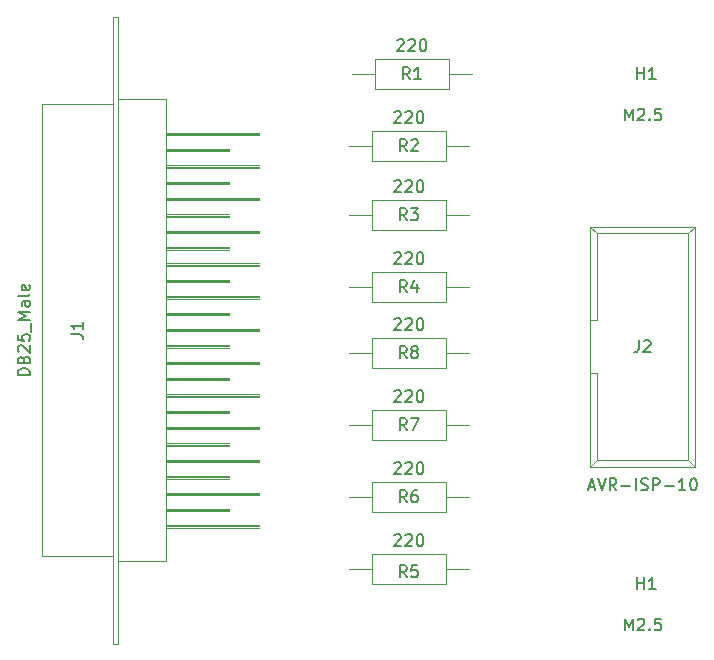
<source format=gbr>
%TF.GenerationSoftware,KiCad,Pcbnew,5.1.4-3.fc30*%
%TF.CreationDate,2019-10-13T13:52:24+02:00*%
%TF.ProjectId,bsd_programmer,6273645f-7072-46f6-9772-616d6d65722e,1.0*%
%TF.SameCoordinates,PX7eea3c0PY70276d0*%
%TF.FileFunction,Other,Fab,Top*%
%FSLAX46Y46*%
G04 Gerber Fmt 4.6, Leading zero omitted, Abs format (unit mm)*
G04 Created by KiCad (PCBNEW 5.1.4-3.fc30) date 2019-10-13 13:52:24*
%MOMM*%
%LPD*%
G04 APERTURE LIST*
%ADD10C,0.100000*%
%ADD11C,0.150000*%
G04 APERTURE END LIST*
D10*
%TO.C,J1*%
X12208000Y44042000D02*
X4368000Y44042000D01*
X12208000Y43942000D02*
X4368000Y43942000D01*
X12208000Y43842000D02*
X4368000Y43842000D01*
X12208000Y41272000D02*
X4368000Y41272000D01*
X12208000Y41172000D02*
X4368000Y41172000D01*
X12208000Y41072000D02*
X4368000Y41072000D01*
X12208000Y38502000D02*
X4368000Y38502000D01*
X12208000Y38402000D02*
X4368000Y38402000D01*
X12208000Y38302000D02*
X4368000Y38302000D01*
X12208000Y35732000D02*
X4368000Y35732000D01*
X12208000Y35632000D02*
X4368000Y35632000D01*
X12208000Y35532000D02*
X4368000Y35532000D01*
X12208000Y32962000D02*
X4368000Y32962000D01*
X12208000Y32862000D02*
X4368000Y32862000D01*
X12208000Y32762000D02*
X4368000Y32762000D01*
X12208000Y30192000D02*
X4368000Y30192000D01*
X12208000Y30092000D02*
X4368000Y30092000D01*
X12208000Y29992000D02*
X4368000Y29992000D01*
X12208000Y27422000D02*
X4368000Y27422000D01*
X12208000Y27322000D02*
X4368000Y27322000D01*
X12208000Y27222000D02*
X4368000Y27222000D01*
X12208000Y24652000D02*
X4368000Y24652000D01*
X12208000Y24552000D02*
X4368000Y24552000D01*
X12208000Y24452000D02*
X4368000Y24452000D01*
X12208000Y21882000D02*
X4368000Y21882000D01*
X12208000Y21782000D02*
X4368000Y21782000D01*
X12208000Y21682000D02*
X4368000Y21682000D01*
X12208000Y19112000D02*
X4368000Y19112000D01*
X12208000Y19012000D02*
X4368000Y19012000D01*
X12208000Y18912000D02*
X4368000Y18912000D01*
X12208000Y16342000D02*
X4368000Y16342000D01*
X12208000Y16242000D02*
X4368000Y16242000D01*
X12208000Y16142000D02*
X4368000Y16142000D01*
X12208000Y13572000D02*
X4368000Y13572000D01*
X12208000Y13472000D02*
X4368000Y13472000D01*
X12208000Y13372000D02*
X4368000Y13372000D01*
X12208000Y10802000D02*
X4368000Y10802000D01*
X12208000Y10702000D02*
X4368000Y10702000D01*
X12208000Y10602000D02*
X4368000Y10602000D01*
X9668000Y42657000D02*
X4368000Y42657000D01*
X9668000Y42557000D02*
X4368000Y42557000D01*
X9668000Y42457000D02*
X4368000Y42457000D01*
X9668000Y39887000D02*
X4368000Y39887000D01*
X9668000Y39787000D02*
X4368000Y39787000D01*
X9668000Y39687000D02*
X4368000Y39687000D01*
X9668000Y37117000D02*
X4368000Y37117000D01*
X9668000Y37017000D02*
X4368000Y37017000D01*
X9668000Y36917000D02*
X4368000Y36917000D01*
X9668000Y34347000D02*
X4368000Y34347000D01*
X9668000Y34247000D02*
X4368000Y34247000D01*
X9668000Y34147000D02*
X4368000Y34147000D01*
X9668000Y31577000D02*
X4368000Y31577000D01*
X9668000Y31477000D02*
X4368000Y31477000D01*
X9668000Y31377000D02*
X4368000Y31377000D01*
X9668000Y28807000D02*
X4368000Y28807000D01*
X9668000Y28707000D02*
X4368000Y28707000D01*
X9668000Y28607000D02*
X4368000Y28607000D01*
X9668000Y26037000D02*
X4368000Y26037000D01*
X9668000Y25937000D02*
X4368000Y25937000D01*
X9668000Y25837000D02*
X4368000Y25837000D01*
X9668000Y23267000D02*
X4368000Y23267000D01*
X9668000Y23167000D02*
X4368000Y23167000D01*
X9668000Y23067000D02*
X4368000Y23067000D01*
X9668000Y20497000D02*
X4368000Y20497000D01*
X9668000Y20397000D02*
X4368000Y20397000D01*
X9668000Y20297000D02*
X4368000Y20297000D01*
X9668000Y17727000D02*
X4368000Y17727000D01*
X9668000Y17627000D02*
X4368000Y17627000D01*
X9668000Y17527000D02*
X4368000Y17527000D01*
X9668000Y14957000D02*
X4368000Y14957000D01*
X9668000Y14857000D02*
X4368000Y14857000D01*
X9668000Y14757000D02*
X4368000Y14757000D01*
X9668000Y12187000D02*
X4368000Y12187000D01*
X9668000Y12087000D02*
X4368000Y12087000D01*
X9668000Y11987000D02*
X4368000Y11987000D01*
X4368000Y46872000D02*
X268000Y46872000D01*
X268000Y46872000D02*
X268000Y7772000D01*
X268000Y7772000D02*
X4368000Y7772000D01*
X4368000Y7772000D02*
X4368000Y46872000D01*
X268000Y53872000D02*
X-132000Y53872000D01*
X-132000Y53872000D02*
X-132000Y772000D01*
X-132000Y772000D02*
X268000Y772000D01*
X268000Y772000D02*
X268000Y53872000D01*
X-132000Y46472000D02*
X-6132000Y46472000D01*
X-6132000Y46472000D02*
X-6132000Y8172000D01*
X-6132000Y8172000D02*
X-132000Y8172000D01*
X-132000Y8172000D02*
X-132000Y46472000D01*
%TO.C,J2*%
X49145000Y36088000D02*
X49145000Y15728000D01*
X48595000Y35548000D02*
X48595000Y16288000D01*
X40295000Y36088000D02*
X40295000Y15728000D01*
X40845000Y35548000D02*
X40845000Y28158000D01*
X40845000Y23658000D02*
X40845000Y16288000D01*
X40845000Y28158000D02*
X40295000Y28158000D01*
X40845000Y23658000D02*
X40295000Y23658000D01*
X49145000Y36088000D02*
X40295000Y36088000D01*
X48595000Y35548000D02*
X40845000Y35548000D01*
X49145000Y15728000D02*
X40295000Y15728000D01*
X48595000Y16288000D02*
X40845000Y16288000D01*
X49145000Y36088000D02*
X48595000Y35548000D01*
X49145000Y15728000D02*
X48595000Y16288000D01*
X40295000Y36088000D02*
X40845000Y35548000D01*
X40295000Y15728000D02*
X40845000Y16288000D01*
%TO.C,R1*%
X28312000Y47772000D02*
X28312000Y50272000D01*
X28312000Y50272000D02*
X22012000Y50272000D01*
X22012000Y50272000D02*
X22012000Y47772000D01*
X22012000Y47772000D02*
X28312000Y47772000D01*
X30242000Y49022000D02*
X28312000Y49022000D01*
X20082000Y49022000D02*
X22012000Y49022000D01*
%TO.C,R2*%
X19828000Y42926000D02*
X21758000Y42926000D01*
X29988000Y42926000D02*
X28058000Y42926000D01*
X21758000Y41676000D02*
X28058000Y41676000D01*
X21758000Y44176000D02*
X21758000Y41676000D01*
X28058000Y44176000D02*
X21758000Y44176000D01*
X28058000Y41676000D02*
X28058000Y44176000D01*
%TO.C,R3*%
X28058000Y35834000D02*
X28058000Y38334000D01*
X28058000Y38334000D02*
X21758000Y38334000D01*
X21758000Y38334000D02*
X21758000Y35834000D01*
X21758000Y35834000D02*
X28058000Y35834000D01*
X29988000Y37084000D02*
X28058000Y37084000D01*
X19828000Y37084000D02*
X21758000Y37084000D01*
%TO.C,R4*%
X19828000Y30988000D02*
X21758000Y30988000D01*
X29988000Y30988000D02*
X28058000Y30988000D01*
X21758000Y29738000D02*
X28058000Y29738000D01*
X21758000Y32238000D02*
X21758000Y29738000D01*
X28058000Y32238000D02*
X21758000Y32238000D01*
X28058000Y29738000D02*
X28058000Y32238000D01*
%TO.C,R5*%
X28058000Y5862000D02*
X28058000Y8362000D01*
X28058000Y8362000D02*
X21758000Y8362000D01*
X21758000Y8362000D02*
X21758000Y5862000D01*
X21758000Y5862000D02*
X28058000Y5862000D01*
X29988000Y7112000D02*
X28058000Y7112000D01*
X19828000Y7112000D02*
X21758000Y7112000D01*
%TO.C,R6*%
X19828000Y13208000D02*
X21758000Y13208000D01*
X29988000Y13208000D02*
X28058000Y13208000D01*
X21758000Y11958000D02*
X28058000Y11958000D01*
X21758000Y14458000D02*
X21758000Y11958000D01*
X28058000Y14458000D02*
X21758000Y14458000D01*
X28058000Y11958000D02*
X28058000Y14458000D01*
%TO.C,R7*%
X28058000Y18054000D02*
X28058000Y20554000D01*
X28058000Y20554000D02*
X21758000Y20554000D01*
X21758000Y20554000D02*
X21758000Y18054000D01*
X21758000Y18054000D02*
X28058000Y18054000D01*
X29988000Y19304000D02*
X28058000Y19304000D01*
X19828000Y19304000D02*
X21758000Y19304000D01*
%TO.C,R8*%
X19828000Y25400000D02*
X21758000Y25400000D01*
X29988000Y25400000D02*
X28058000Y25400000D01*
X21758000Y24150000D02*
X28058000Y24150000D01*
X21758000Y26650000D02*
X21758000Y24150000D01*
X28058000Y26650000D02*
X21758000Y26650000D01*
X28058000Y24150000D02*
X28058000Y26650000D01*
%TD*%
%TO.C,H1*%
D11*
X43196190Y1889620D02*
X43196190Y2889620D01*
X43529523Y2175334D01*
X43862857Y2889620D01*
X43862857Y1889620D01*
X44291428Y2794381D02*
X44339047Y2842000D01*
X44434285Y2889620D01*
X44672380Y2889620D01*
X44767619Y2842000D01*
X44815238Y2794381D01*
X44862857Y2699143D01*
X44862857Y2603905D01*
X44815238Y2461048D01*
X44243809Y1889620D01*
X44862857Y1889620D01*
X45291428Y1984858D02*
X45339047Y1937239D01*
X45291428Y1889620D01*
X45243809Y1937239D01*
X45291428Y1984858D01*
X45291428Y1889620D01*
X46243809Y2889620D02*
X45767619Y2889620D01*
X45720000Y2413429D01*
X45767619Y2461048D01*
X45862857Y2508667D01*
X46100952Y2508667D01*
X46196190Y2461048D01*
X46243809Y2413429D01*
X46291428Y2318191D01*
X46291428Y2080096D01*
X46243809Y1984858D01*
X46196190Y1937239D01*
X46100952Y1889620D01*
X45862857Y1889620D01*
X45767619Y1937239D01*
X45720000Y1984858D01*
X44258095Y5389620D02*
X44258095Y6389620D01*
X44258095Y5913429D02*
X44829523Y5913429D01*
X44829523Y5389620D02*
X44829523Y6389620D01*
X45829523Y5389620D02*
X45258095Y5389620D01*
X45543809Y5389620D02*
X45543809Y6389620D01*
X45448571Y6246762D01*
X45353333Y6151524D01*
X45258095Y6103905D01*
X43196190Y45069620D02*
X43196190Y46069620D01*
X43529523Y45355334D01*
X43862857Y46069620D01*
X43862857Y45069620D01*
X44291428Y45974381D02*
X44339047Y46022000D01*
X44434285Y46069620D01*
X44672380Y46069620D01*
X44767619Y46022000D01*
X44815238Y45974381D01*
X44862857Y45879143D01*
X44862857Y45783905D01*
X44815238Y45641048D01*
X44243809Y45069620D01*
X44862857Y45069620D01*
X45291428Y45164858D02*
X45339047Y45117239D01*
X45291428Y45069620D01*
X45243809Y45117239D01*
X45291428Y45164858D01*
X45291428Y45069620D01*
X46243809Y46069620D02*
X45767619Y46069620D01*
X45720000Y45593429D01*
X45767619Y45641048D01*
X45862857Y45688667D01*
X46100952Y45688667D01*
X46196190Y45641048D01*
X46243809Y45593429D01*
X46291428Y45498191D01*
X46291428Y45260096D01*
X46243809Y45164858D01*
X46196190Y45117239D01*
X46100952Y45069620D01*
X45862857Y45069620D01*
X45767619Y45117239D01*
X45720000Y45164858D01*
X44258095Y48569620D02*
X44258095Y49569620D01*
X44258095Y49093429D02*
X44829523Y49093429D01*
X44829523Y48569620D02*
X44829523Y49569620D01*
X45829523Y48569620D02*
X45258095Y48569620D01*
X45543809Y48569620D02*
X45543809Y49569620D01*
X45448571Y49426762D01*
X45353333Y49331524D01*
X45258095Y49283905D01*
%TO.C,J1*%
X-7179620Y23512477D02*
X-8179620Y23512477D01*
X-8179620Y23750572D01*
X-8132000Y23893429D01*
X-8036762Y23988667D01*
X-7941524Y24036286D01*
X-7751048Y24083905D01*
X-7608191Y24083905D01*
X-7417715Y24036286D01*
X-7322477Y23988667D01*
X-7227239Y23893429D01*
X-7179620Y23750572D01*
X-7179620Y23512477D01*
X-7703429Y24845810D02*
X-7655810Y24988667D01*
X-7608191Y25036286D01*
X-7512953Y25083905D01*
X-7370096Y25083905D01*
X-7274858Y25036286D01*
X-7227239Y24988667D01*
X-7179620Y24893429D01*
X-7179620Y24512477D01*
X-8179620Y24512477D01*
X-8179620Y24845810D01*
X-8132000Y24941048D01*
X-8084381Y24988667D01*
X-7989143Y25036286D01*
X-7893905Y25036286D01*
X-7798667Y24988667D01*
X-7751048Y24941048D01*
X-7703429Y24845810D01*
X-7703429Y24512477D01*
X-8084381Y25464858D02*
X-8132000Y25512477D01*
X-8179620Y25607715D01*
X-8179620Y25845810D01*
X-8132000Y25941048D01*
X-8084381Y25988667D01*
X-7989143Y26036286D01*
X-7893905Y26036286D01*
X-7751048Y25988667D01*
X-7179620Y25417239D01*
X-7179620Y26036286D01*
X-8179620Y26941048D02*
X-8179620Y26464858D01*
X-7703429Y26417239D01*
X-7751048Y26464858D01*
X-7798667Y26560096D01*
X-7798667Y26798191D01*
X-7751048Y26893429D01*
X-7703429Y26941048D01*
X-7608191Y26988667D01*
X-7370096Y26988667D01*
X-7274858Y26941048D01*
X-7227239Y26893429D01*
X-7179620Y26798191D01*
X-7179620Y26560096D01*
X-7227239Y26464858D01*
X-7274858Y26417239D01*
X-7084381Y27179143D02*
X-7084381Y27941048D01*
X-7179620Y28179143D02*
X-8179620Y28179143D01*
X-7465334Y28512477D01*
X-8179620Y28845810D01*
X-7179620Y28845810D01*
X-7179620Y29750572D02*
X-7703429Y29750572D01*
X-7798667Y29702953D01*
X-7846286Y29607715D01*
X-7846286Y29417239D01*
X-7798667Y29322000D01*
X-7227239Y29750572D02*
X-7179620Y29655334D01*
X-7179620Y29417239D01*
X-7227239Y29322000D01*
X-7322477Y29274381D01*
X-7417715Y29274381D01*
X-7512953Y29322000D01*
X-7560572Y29417239D01*
X-7560572Y29655334D01*
X-7608191Y29750572D01*
X-7179620Y30369620D02*
X-7227239Y30274381D01*
X-7322477Y30226762D01*
X-8179620Y30226762D01*
X-7227239Y31131524D02*
X-7179620Y31036286D01*
X-7179620Y30845810D01*
X-7227239Y30750572D01*
X-7322477Y30702953D01*
X-7703429Y30702953D01*
X-7798667Y30750572D01*
X-7846286Y30845810D01*
X-7846286Y31036286D01*
X-7798667Y31131524D01*
X-7703429Y31179143D01*
X-7608191Y31179143D01*
X-7512953Y30702953D01*
X-3679620Y26988667D02*
X-2965334Y26988667D01*
X-2822477Y26941048D01*
X-2727239Y26845810D01*
X-2679620Y26702953D01*
X-2679620Y26607715D01*
X-2679620Y27988667D02*
X-2679620Y27417239D01*
X-2679620Y27702953D02*
X-3679620Y27702953D01*
X-3536762Y27607715D01*
X-3441524Y27512477D01*
X-3393905Y27417239D01*
%TO.C,J2*%
X40148571Y14057334D02*
X40624761Y14057334D01*
X40053333Y13771620D02*
X40386666Y14771620D01*
X40720000Y13771620D01*
X40910476Y14771620D02*
X41243809Y13771620D01*
X41577142Y14771620D01*
X42481904Y13771620D02*
X42148571Y14247810D01*
X41910476Y13771620D02*
X41910476Y14771620D01*
X42291428Y14771620D01*
X42386666Y14724000D01*
X42434285Y14676381D01*
X42481904Y14581143D01*
X42481904Y14438286D01*
X42434285Y14343048D01*
X42386666Y14295429D01*
X42291428Y14247810D01*
X41910476Y14247810D01*
X42910476Y14152572D02*
X43672380Y14152572D01*
X44148571Y13771620D02*
X44148571Y14771620D01*
X44577142Y13819239D02*
X44720000Y13771620D01*
X44958095Y13771620D01*
X45053333Y13819239D01*
X45100952Y13866858D01*
X45148571Y13962096D01*
X45148571Y14057334D01*
X45100952Y14152572D01*
X45053333Y14200191D01*
X44958095Y14247810D01*
X44767619Y14295429D01*
X44672380Y14343048D01*
X44624761Y14390667D01*
X44577142Y14485905D01*
X44577142Y14581143D01*
X44624761Y14676381D01*
X44672380Y14724000D01*
X44767619Y14771620D01*
X45005714Y14771620D01*
X45148571Y14724000D01*
X45577142Y13771620D02*
X45577142Y14771620D01*
X45958095Y14771620D01*
X46053333Y14724000D01*
X46100952Y14676381D01*
X46148571Y14581143D01*
X46148571Y14438286D01*
X46100952Y14343048D01*
X46053333Y14295429D01*
X45958095Y14247810D01*
X45577142Y14247810D01*
X46577142Y14152572D02*
X47339047Y14152572D01*
X48339047Y13771620D02*
X47767619Y13771620D01*
X48053333Y13771620D02*
X48053333Y14771620D01*
X47958095Y14628762D01*
X47862857Y14533524D01*
X47767619Y14485905D01*
X48958095Y14771620D02*
X49053333Y14771620D01*
X49148571Y14724000D01*
X49196190Y14676381D01*
X49243809Y14581143D01*
X49291428Y14390667D01*
X49291428Y14152572D01*
X49243809Y13962096D01*
X49196190Y13866858D01*
X49148571Y13819239D01*
X49053333Y13771620D01*
X48958095Y13771620D01*
X48862857Y13819239D01*
X48815238Y13866858D01*
X48767619Y13962096D01*
X48720000Y14152572D01*
X48720000Y14390667D01*
X48767619Y14581143D01*
X48815238Y14676381D01*
X48862857Y14724000D01*
X48958095Y14771620D01*
X44386666Y26455620D02*
X44386666Y25741334D01*
X44339047Y25598477D01*
X44243809Y25503239D01*
X44100952Y25455620D01*
X44005714Y25455620D01*
X44815238Y26360381D02*
X44862857Y26408000D01*
X44958095Y26455620D01*
X45196190Y26455620D01*
X45291428Y26408000D01*
X45339047Y26360381D01*
X45386666Y26265143D01*
X45386666Y26169905D01*
X45339047Y26027048D01*
X44767619Y25455620D01*
X45386666Y25455620D01*
%TO.C,R1*%
X23923904Y51844381D02*
X23971523Y51892000D01*
X24066761Y51939620D01*
X24304857Y51939620D01*
X24400095Y51892000D01*
X24447714Y51844381D01*
X24495333Y51749143D01*
X24495333Y51653905D01*
X24447714Y51511048D01*
X23876285Y50939620D01*
X24495333Y50939620D01*
X24876285Y51844381D02*
X24923904Y51892000D01*
X25019142Y51939620D01*
X25257238Y51939620D01*
X25352476Y51892000D01*
X25400095Y51844381D01*
X25447714Y51749143D01*
X25447714Y51653905D01*
X25400095Y51511048D01*
X24828666Y50939620D01*
X25447714Y50939620D01*
X26066761Y51939620D02*
X26162000Y51939620D01*
X26257238Y51892000D01*
X26304857Y51844381D01*
X26352476Y51749143D01*
X26400095Y51558667D01*
X26400095Y51320572D01*
X26352476Y51130096D01*
X26304857Y51034858D01*
X26257238Y50987239D01*
X26162000Y50939620D01*
X26066761Y50939620D01*
X25971523Y50987239D01*
X25923904Y51034858D01*
X25876285Y51130096D01*
X25828666Y51320572D01*
X25828666Y51558667D01*
X25876285Y51749143D01*
X25923904Y51844381D01*
X25971523Y51892000D01*
X26066761Y51939620D01*
X24995333Y48569620D02*
X24662000Y49045810D01*
X24423904Y48569620D02*
X24423904Y49569620D01*
X24804857Y49569620D01*
X24900095Y49522000D01*
X24947714Y49474381D01*
X24995333Y49379143D01*
X24995333Y49236286D01*
X24947714Y49141048D01*
X24900095Y49093429D01*
X24804857Y49045810D01*
X24423904Y49045810D01*
X25947714Y48569620D02*
X25376285Y48569620D01*
X25662000Y48569620D02*
X25662000Y49569620D01*
X25566761Y49426762D01*
X25471523Y49331524D01*
X25376285Y49283905D01*
%TO.C,R2*%
X23669904Y45748381D02*
X23717523Y45796000D01*
X23812761Y45843620D01*
X24050857Y45843620D01*
X24146095Y45796000D01*
X24193714Y45748381D01*
X24241333Y45653143D01*
X24241333Y45557905D01*
X24193714Y45415048D01*
X23622285Y44843620D01*
X24241333Y44843620D01*
X24622285Y45748381D02*
X24669904Y45796000D01*
X24765142Y45843620D01*
X25003238Y45843620D01*
X25098476Y45796000D01*
X25146095Y45748381D01*
X25193714Y45653143D01*
X25193714Y45557905D01*
X25146095Y45415048D01*
X24574666Y44843620D01*
X25193714Y44843620D01*
X25812761Y45843620D02*
X25908000Y45843620D01*
X26003238Y45796000D01*
X26050857Y45748381D01*
X26098476Y45653143D01*
X26146095Y45462667D01*
X26146095Y45224572D01*
X26098476Y45034096D01*
X26050857Y44938858D01*
X26003238Y44891239D01*
X25908000Y44843620D01*
X25812761Y44843620D01*
X25717523Y44891239D01*
X25669904Y44938858D01*
X25622285Y45034096D01*
X25574666Y45224572D01*
X25574666Y45462667D01*
X25622285Y45653143D01*
X25669904Y45748381D01*
X25717523Y45796000D01*
X25812761Y45843620D01*
X24741333Y42473620D02*
X24408000Y42949810D01*
X24169904Y42473620D02*
X24169904Y43473620D01*
X24550857Y43473620D01*
X24646095Y43426000D01*
X24693714Y43378381D01*
X24741333Y43283143D01*
X24741333Y43140286D01*
X24693714Y43045048D01*
X24646095Y42997429D01*
X24550857Y42949810D01*
X24169904Y42949810D01*
X25122285Y43378381D02*
X25169904Y43426000D01*
X25265142Y43473620D01*
X25503238Y43473620D01*
X25598476Y43426000D01*
X25646095Y43378381D01*
X25693714Y43283143D01*
X25693714Y43187905D01*
X25646095Y43045048D01*
X25074666Y42473620D01*
X25693714Y42473620D01*
%TO.C,R3*%
X23669904Y39906381D02*
X23717523Y39954000D01*
X23812761Y40001620D01*
X24050857Y40001620D01*
X24146095Y39954000D01*
X24193714Y39906381D01*
X24241333Y39811143D01*
X24241333Y39715905D01*
X24193714Y39573048D01*
X23622285Y39001620D01*
X24241333Y39001620D01*
X24622285Y39906381D02*
X24669904Y39954000D01*
X24765142Y40001620D01*
X25003238Y40001620D01*
X25098476Y39954000D01*
X25146095Y39906381D01*
X25193714Y39811143D01*
X25193714Y39715905D01*
X25146095Y39573048D01*
X24574666Y39001620D01*
X25193714Y39001620D01*
X25812761Y40001620D02*
X25908000Y40001620D01*
X26003238Y39954000D01*
X26050857Y39906381D01*
X26098476Y39811143D01*
X26146095Y39620667D01*
X26146095Y39382572D01*
X26098476Y39192096D01*
X26050857Y39096858D01*
X26003238Y39049239D01*
X25908000Y39001620D01*
X25812761Y39001620D01*
X25717523Y39049239D01*
X25669904Y39096858D01*
X25622285Y39192096D01*
X25574666Y39382572D01*
X25574666Y39620667D01*
X25622285Y39811143D01*
X25669904Y39906381D01*
X25717523Y39954000D01*
X25812761Y40001620D01*
X24741333Y36631620D02*
X24408000Y37107810D01*
X24169904Y36631620D02*
X24169904Y37631620D01*
X24550857Y37631620D01*
X24646095Y37584000D01*
X24693714Y37536381D01*
X24741333Y37441143D01*
X24741333Y37298286D01*
X24693714Y37203048D01*
X24646095Y37155429D01*
X24550857Y37107810D01*
X24169904Y37107810D01*
X25074666Y37631620D02*
X25693714Y37631620D01*
X25360380Y37250667D01*
X25503238Y37250667D01*
X25598476Y37203048D01*
X25646095Y37155429D01*
X25693714Y37060191D01*
X25693714Y36822096D01*
X25646095Y36726858D01*
X25598476Y36679239D01*
X25503238Y36631620D01*
X25217523Y36631620D01*
X25122285Y36679239D01*
X25074666Y36726858D01*
%TO.C,R4*%
X23669904Y33810381D02*
X23717523Y33858000D01*
X23812761Y33905620D01*
X24050857Y33905620D01*
X24146095Y33858000D01*
X24193714Y33810381D01*
X24241333Y33715143D01*
X24241333Y33619905D01*
X24193714Y33477048D01*
X23622285Y32905620D01*
X24241333Y32905620D01*
X24622285Y33810381D02*
X24669904Y33858000D01*
X24765142Y33905620D01*
X25003238Y33905620D01*
X25098476Y33858000D01*
X25146095Y33810381D01*
X25193714Y33715143D01*
X25193714Y33619905D01*
X25146095Y33477048D01*
X24574666Y32905620D01*
X25193714Y32905620D01*
X25812761Y33905620D02*
X25908000Y33905620D01*
X26003238Y33858000D01*
X26050857Y33810381D01*
X26098476Y33715143D01*
X26146095Y33524667D01*
X26146095Y33286572D01*
X26098476Y33096096D01*
X26050857Y33000858D01*
X26003238Y32953239D01*
X25908000Y32905620D01*
X25812761Y32905620D01*
X25717523Y32953239D01*
X25669904Y33000858D01*
X25622285Y33096096D01*
X25574666Y33286572D01*
X25574666Y33524667D01*
X25622285Y33715143D01*
X25669904Y33810381D01*
X25717523Y33858000D01*
X25812761Y33905620D01*
X24741333Y30535620D02*
X24408000Y31011810D01*
X24169904Y30535620D02*
X24169904Y31535620D01*
X24550857Y31535620D01*
X24646095Y31488000D01*
X24693714Y31440381D01*
X24741333Y31345143D01*
X24741333Y31202286D01*
X24693714Y31107048D01*
X24646095Y31059429D01*
X24550857Y31011810D01*
X24169904Y31011810D01*
X25598476Y31202286D02*
X25598476Y30535620D01*
X25360380Y31583239D02*
X25122285Y30868953D01*
X25741333Y30868953D01*
%TO.C,R5*%
X23669904Y9934381D02*
X23717523Y9982000D01*
X23812761Y10029620D01*
X24050857Y10029620D01*
X24146095Y9982000D01*
X24193714Y9934381D01*
X24241333Y9839143D01*
X24241333Y9743905D01*
X24193714Y9601048D01*
X23622285Y9029620D01*
X24241333Y9029620D01*
X24622285Y9934381D02*
X24669904Y9982000D01*
X24765142Y10029620D01*
X25003238Y10029620D01*
X25098476Y9982000D01*
X25146095Y9934381D01*
X25193714Y9839143D01*
X25193714Y9743905D01*
X25146095Y9601048D01*
X24574666Y9029620D01*
X25193714Y9029620D01*
X25812761Y10029620D02*
X25908000Y10029620D01*
X26003238Y9982000D01*
X26050857Y9934381D01*
X26098476Y9839143D01*
X26146095Y9648667D01*
X26146095Y9410572D01*
X26098476Y9220096D01*
X26050857Y9124858D01*
X26003238Y9077239D01*
X25908000Y9029620D01*
X25812761Y9029620D01*
X25717523Y9077239D01*
X25669904Y9124858D01*
X25622285Y9220096D01*
X25574666Y9410572D01*
X25574666Y9648667D01*
X25622285Y9839143D01*
X25669904Y9934381D01*
X25717523Y9982000D01*
X25812761Y10029620D01*
X24741333Y6405620D02*
X24408000Y6881810D01*
X24169904Y6405620D02*
X24169904Y7405620D01*
X24550857Y7405620D01*
X24646095Y7358000D01*
X24693714Y7310381D01*
X24741333Y7215143D01*
X24741333Y7072286D01*
X24693714Y6977048D01*
X24646095Y6929429D01*
X24550857Y6881810D01*
X24169904Y6881810D01*
X25646095Y7405620D02*
X25169904Y7405620D01*
X25122285Y6929429D01*
X25169904Y6977048D01*
X25265142Y7024667D01*
X25503238Y7024667D01*
X25598476Y6977048D01*
X25646095Y6929429D01*
X25693714Y6834191D01*
X25693714Y6596096D01*
X25646095Y6500858D01*
X25598476Y6453239D01*
X25503238Y6405620D01*
X25265142Y6405620D01*
X25169904Y6453239D01*
X25122285Y6500858D01*
%TO.C,R6*%
X23669904Y16030381D02*
X23717523Y16078000D01*
X23812761Y16125620D01*
X24050857Y16125620D01*
X24146095Y16078000D01*
X24193714Y16030381D01*
X24241333Y15935143D01*
X24241333Y15839905D01*
X24193714Y15697048D01*
X23622285Y15125620D01*
X24241333Y15125620D01*
X24622285Y16030381D02*
X24669904Y16078000D01*
X24765142Y16125620D01*
X25003238Y16125620D01*
X25098476Y16078000D01*
X25146095Y16030381D01*
X25193714Y15935143D01*
X25193714Y15839905D01*
X25146095Y15697048D01*
X24574666Y15125620D01*
X25193714Y15125620D01*
X25812761Y16125620D02*
X25908000Y16125620D01*
X26003238Y16078000D01*
X26050857Y16030381D01*
X26098476Y15935143D01*
X26146095Y15744667D01*
X26146095Y15506572D01*
X26098476Y15316096D01*
X26050857Y15220858D01*
X26003238Y15173239D01*
X25908000Y15125620D01*
X25812761Y15125620D01*
X25717523Y15173239D01*
X25669904Y15220858D01*
X25622285Y15316096D01*
X25574666Y15506572D01*
X25574666Y15744667D01*
X25622285Y15935143D01*
X25669904Y16030381D01*
X25717523Y16078000D01*
X25812761Y16125620D01*
X24741333Y12755620D02*
X24408000Y13231810D01*
X24169904Y12755620D02*
X24169904Y13755620D01*
X24550857Y13755620D01*
X24646095Y13708000D01*
X24693714Y13660381D01*
X24741333Y13565143D01*
X24741333Y13422286D01*
X24693714Y13327048D01*
X24646095Y13279429D01*
X24550857Y13231810D01*
X24169904Y13231810D01*
X25598476Y13755620D02*
X25408000Y13755620D01*
X25312761Y13708000D01*
X25265142Y13660381D01*
X25169904Y13517524D01*
X25122285Y13327048D01*
X25122285Y12946096D01*
X25169904Y12850858D01*
X25217523Y12803239D01*
X25312761Y12755620D01*
X25503238Y12755620D01*
X25598476Y12803239D01*
X25646095Y12850858D01*
X25693714Y12946096D01*
X25693714Y13184191D01*
X25646095Y13279429D01*
X25598476Y13327048D01*
X25503238Y13374667D01*
X25312761Y13374667D01*
X25217523Y13327048D01*
X25169904Y13279429D01*
X25122285Y13184191D01*
%TO.C,R7*%
X23669904Y22126381D02*
X23717523Y22174000D01*
X23812761Y22221620D01*
X24050857Y22221620D01*
X24146095Y22174000D01*
X24193714Y22126381D01*
X24241333Y22031143D01*
X24241333Y21935905D01*
X24193714Y21793048D01*
X23622285Y21221620D01*
X24241333Y21221620D01*
X24622285Y22126381D02*
X24669904Y22174000D01*
X24765142Y22221620D01*
X25003238Y22221620D01*
X25098476Y22174000D01*
X25146095Y22126381D01*
X25193714Y22031143D01*
X25193714Y21935905D01*
X25146095Y21793048D01*
X24574666Y21221620D01*
X25193714Y21221620D01*
X25812761Y22221620D02*
X25908000Y22221620D01*
X26003238Y22174000D01*
X26050857Y22126381D01*
X26098476Y22031143D01*
X26146095Y21840667D01*
X26146095Y21602572D01*
X26098476Y21412096D01*
X26050857Y21316858D01*
X26003238Y21269239D01*
X25908000Y21221620D01*
X25812761Y21221620D01*
X25717523Y21269239D01*
X25669904Y21316858D01*
X25622285Y21412096D01*
X25574666Y21602572D01*
X25574666Y21840667D01*
X25622285Y22031143D01*
X25669904Y22126381D01*
X25717523Y22174000D01*
X25812761Y22221620D01*
X24741333Y18851620D02*
X24408000Y19327810D01*
X24169904Y18851620D02*
X24169904Y19851620D01*
X24550857Y19851620D01*
X24646095Y19804000D01*
X24693714Y19756381D01*
X24741333Y19661143D01*
X24741333Y19518286D01*
X24693714Y19423048D01*
X24646095Y19375429D01*
X24550857Y19327810D01*
X24169904Y19327810D01*
X25074666Y19851620D02*
X25741333Y19851620D01*
X25312761Y18851620D01*
%TO.C,R8*%
X23669904Y28222381D02*
X23717523Y28270000D01*
X23812761Y28317620D01*
X24050857Y28317620D01*
X24146095Y28270000D01*
X24193714Y28222381D01*
X24241333Y28127143D01*
X24241333Y28031905D01*
X24193714Y27889048D01*
X23622285Y27317620D01*
X24241333Y27317620D01*
X24622285Y28222381D02*
X24669904Y28270000D01*
X24765142Y28317620D01*
X25003238Y28317620D01*
X25098476Y28270000D01*
X25146095Y28222381D01*
X25193714Y28127143D01*
X25193714Y28031905D01*
X25146095Y27889048D01*
X24574666Y27317620D01*
X25193714Y27317620D01*
X25812761Y28317620D02*
X25908000Y28317620D01*
X26003238Y28270000D01*
X26050857Y28222381D01*
X26098476Y28127143D01*
X26146095Y27936667D01*
X26146095Y27698572D01*
X26098476Y27508096D01*
X26050857Y27412858D01*
X26003238Y27365239D01*
X25908000Y27317620D01*
X25812761Y27317620D01*
X25717523Y27365239D01*
X25669904Y27412858D01*
X25622285Y27508096D01*
X25574666Y27698572D01*
X25574666Y27936667D01*
X25622285Y28127143D01*
X25669904Y28222381D01*
X25717523Y28270000D01*
X25812761Y28317620D01*
X24741333Y24947620D02*
X24408000Y25423810D01*
X24169904Y24947620D02*
X24169904Y25947620D01*
X24550857Y25947620D01*
X24646095Y25900000D01*
X24693714Y25852381D01*
X24741333Y25757143D01*
X24741333Y25614286D01*
X24693714Y25519048D01*
X24646095Y25471429D01*
X24550857Y25423810D01*
X24169904Y25423810D01*
X25312761Y25519048D02*
X25217523Y25566667D01*
X25169904Y25614286D01*
X25122285Y25709524D01*
X25122285Y25757143D01*
X25169904Y25852381D01*
X25217523Y25900000D01*
X25312761Y25947620D01*
X25503238Y25947620D01*
X25598476Y25900000D01*
X25646095Y25852381D01*
X25693714Y25757143D01*
X25693714Y25709524D01*
X25646095Y25614286D01*
X25598476Y25566667D01*
X25503238Y25519048D01*
X25312761Y25519048D01*
X25217523Y25471429D01*
X25169904Y25423810D01*
X25122285Y25328572D01*
X25122285Y25138096D01*
X25169904Y25042858D01*
X25217523Y24995239D01*
X25312761Y24947620D01*
X25503238Y24947620D01*
X25598476Y24995239D01*
X25646095Y25042858D01*
X25693714Y25138096D01*
X25693714Y25328572D01*
X25646095Y25423810D01*
X25598476Y25471429D01*
X25503238Y25519048D01*
%TD*%
M02*

</source>
